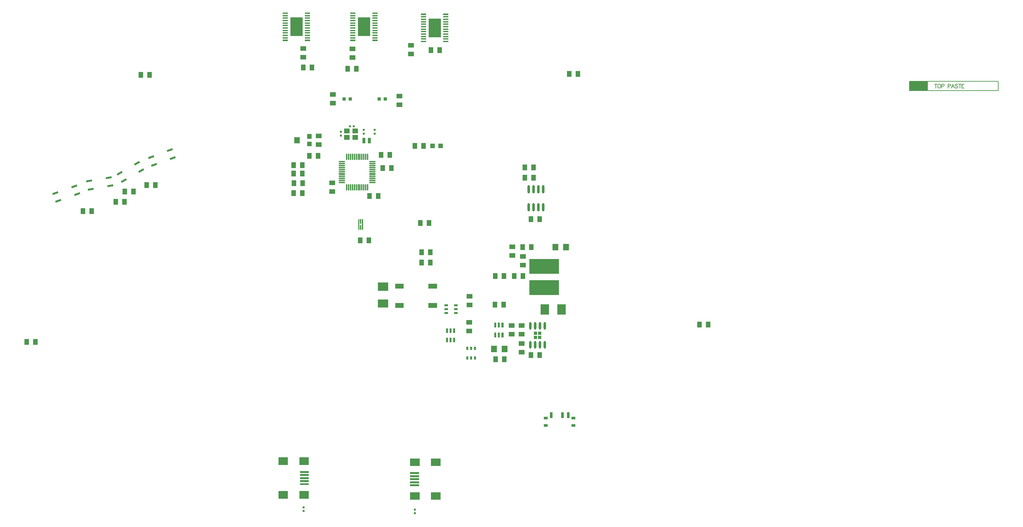
<source format=gtp>
G04 Layer_Color=8421504*
%FSLAX44Y44*%
%MOMM*%
G71*
G01*
G75*
%ADD10R,1.2700X1.5240*%
%ADD19R,0.5500X1.3000*%
%ADD21O,0.6000X2.2000*%
%ADD26O,0.6000X2.0000*%
%ADD27O,0.3000X1.8000*%
%ADD28O,1.8000X0.3000*%
G04:AMPARAMS|DCode=29|XSize=1.55mm|YSize=0.5mm|CornerRadius=0mm|HoleSize=0mm|Usage=FLASHONLY|Rotation=200.000|XOffset=0mm|YOffset=0mm|HoleType=Round|Shape=Rectangle|*
%AMROTATEDRECTD29*
4,1,4,0.6428,0.5000,0.8138,0.0301,-0.6428,-0.5000,-0.8138,-0.0301,0.6428,0.5000,0.0*
%
%ADD29ROTATEDRECTD29*%

G04:AMPARAMS|DCode=30|XSize=1.55mm|YSize=0.5mm|CornerRadius=0mm|HoleSize=0mm|Usage=FLASHONLY|Rotation=210.000|XOffset=0mm|YOffset=0mm|HoleType=Round|Shape=Rectangle|*
%AMROTATEDRECTD30*
4,1,4,0.5462,0.6040,0.7962,0.1710,-0.5462,-0.6040,-0.7962,-0.1710,0.5462,0.6040,0.0*
%
%ADD30ROTATEDRECTD30*%

G04:AMPARAMS|DCode=31|XSize=1.55mm|YSize=0.5mm|CornerRadius=0mm|HoleSize=0mm|Usage=FLASHONLY|Rotation=190.000|XOffset=0mm|YOffset=0mm|HoleType=Round|Shape=Rectangle|*
%AMROTATEDRECTD31*
4,1,4,0.7198,0.3808,0.8066,-0.1116,-0.7198,-0.3808,-0.8066,0.1116,0.7198,0.3808,0.0*
%
%ADD31ROTATEDRECTD31*%

%ADD32R,0.7000X1.5000*%
%ADD33R,1.0000X0.8000*%
%ADD34R,1.5240X1.2700*%
%ADD39R,0.5000X0.6000*%
%ADD40R,7.7500X3.9500*%
%ADD42R,0.6000X0.5000*%
%ADD43R,1.5240X1.7780*%
%ADD44C,0.1270*%
%ADD54R,4.8260X2.4130*%
%ADD75R,0.9500X0.9500*%
%ADD76R,0.9500X0.9500*%
%ADD77R,0.9500X0.9500*%
%ADD78R,0.9500X0.9500*%
%ADD79R,3.2000X5.0000*%
%ADD80R,0.8600X0.9100*%
G36*
X1688118Y1410177D02*
X1665766D01*
Y1422623D01*
X1688118D01*
Y1410177D01*
D02*
G37*
G36*
X1483500Y1578200D02*
Y1565200D01*
X1480500D01*
Y1578200D01*
Y1592800D01*
X1483500D01*
Y1578200D01*
D02*
G37*
G36*
X1559715Y1404305D02*
X1532285D01*
Y1425895D01*
X1559715D01*
Y1404305D01*
D02*
G37*
G36*
X1600234Y1410177D02*
X1577882D01*
Y1422623D01*
X1600234D01*
Y1410177D01*
D02*
G37*
G36*
X1488500Y1581200D02*
X1485500D01*
Y1592800D01*
X1488500D01*
Y1581200D01*
D02*
G37*
G36*
X1682500Y1780000D02*
X1670500D01*
Y1792000D01*
X1682500D01*
Y1780000D01*
D02*
G37*
G36*
X1488500Y1565200D02*
X1485500D01*
Y1576800D01*
X1488500D01*
Y1565200D01*
D02*
G37*
G36*
X1493500Y1578200D02*
Y1565200D01*
X1490500D01*
Y1578200D01*
Y1592800D01*
X1493500D01*
Y1578200D01*
D02*
G37*
G36*
X1742145Y1353460D02*
X1733255D01*
Y1358540D01*
X1742145D01*
Y1353460D01*
D02*
G37*
G36*
X1600234Y1359377D02*
X1577882D01*
Y1371823D01*
X1600234D01*
Y1359377D01*
D02*
G37*
G36*
X1742145Y1343300D02*
X1733255D01*
Y1348380D01*
X1742145D01*
Y1343300D01*
D02*
G37*
G36*
X1716745Y1353460D02*
X1707855D01*
Y1358540D01*
X1716745D01*
Y1353460D01*
D02*
G37*
G36*
Y1363620D02*
X1707855D01*
Y1368700D01*
X1716745D01*
Y1363620D01*
D02*
G37*
G36*
X1742145D02*
X1733255D01*
Y1368700D01*
X1742145D01*
Y1363620D01*
D02*
G37*
G36*
X1688118Y1359377D02*
X1665766D01*
Y1371823D01*
X1688118D01*
Y1359377D01*
D02*
G37*
G36*
X1559715Y1360105D02*
X1532285D01*
Y1381695D01*
X1559715D01*
Y1360105D01*
D02*
G37*
G36*
X1659500Y2059500D02*
X1646000D01*
Y2063000D01*
X1659500D01*
Y2059500D01*
D02*
G37*
G36*
X1718000D02*
X1704500D01*
Y2063000D01*
X1718000D01*
Y2059500D01*
D02*
G37*
G36*
X1458000Y1819500D02*
X1444000D01*
Y1831500D01*
X1458000D01*
Y1819500D01*
D02*
G37*
G36*
X1480000D02*
X1466000D01*
Y1831500D01*
X1480000D01*
Y1819500D01*
D02*
G37*
G36*
X1473500Y2062500D02*
X1460000D01*
Y2066000D01*
X1473500D01*
Y2062500D01*
D02*
G37*
G36*
X1532000D02*
X1518500D01*
Y2066000D01*
X1532000D01*
Y2062500D01*
D02*
G37*
G36*
X1295500D02*
X1282000D01*
Y2066000D01*
X1295500D01*
Y2062500D01*
D02*
G37*
G36*
X1354000D02*
X1340500D01*
Y2066000D01*
X1354000D01*
Y2062500D01*
D02*
G37*
G36*
X1327000Y1793000D02*
X1312000D01*
Y1809000D01*
X1327000D01*
Y1793000D01*
D02*
G37*
G36*
X1499450D02*
X1491950D01*
Y1807000D01*
X1499450D01*
Y1793000D01*
D02*
G37*
G36*
X1703500Y1780000D02*
X1691500D01*
Y1792000D01*
X1703500D01*
Y1780000D01*
D02*
G37*
G36*
X1358000Y1785000D02*
X1346000D01*
Y1797000D01*
X1358000D01*
Y1785000D01*
D02*
G37*
G36*
X1480000Y1802500D02*
X1466000D01*
Y1814500D01*
X1480000D01*
Y1802500D01*
D02*
G37*
G36*
X1358000Y1805000D02*
X1346000D01*
Y1817000D01*
X1358000D01*
Y1805000D01*
D02*
G37*
G36*
X1514050Y1793000D02*
X1506550D01*
Y1807000D01*
X1514050D01*
Y1793000D01*
D02*
G37*
G36*
X1458000Y1802500D02*
X1444000D01*
Y1814500D01*
X1458000D01*
Y1802500D01*
D02*
G37*
G36*
X1716745Y1343300D02*
X1707855D01*
Y1348380D01*
X1716745D01*
Y1343300D01*
D02*
G37*
G36*
X1640500Y913500D02*
X1617500D01*
Y918500D01*
X1640500D01*
X1640500Y913500D01*
D02*
G37*
G36*
X1350500Y916500D02*
X1327500D01*
Y921500D01*
X1350500D01*
Y916500D01*
D02*
G37*
G36*
X1640500Y905500D02*
X1617500D01*
Y910500D01*
X1640500D01*
Y905500D01*
D02*
G37*
G36*
X1350500Y908500D02*
X1327500D01*
Y913500D01*
X1350500D01*
Y908500D01*
D02*
G37*
G36*
X1642500Y962500D02*
Y942500D01*
X1617500D01*
Y962500D01*
X1642500Y962500D01*
D02*
G37*
G36*
X1697500Y942500D02*
X1672500D01*
Y962500D01*
X1697500D01*
Y942500D01*
D02*
G37*
G36*
X1640500Y921500D02*
X1617500D01*
Y926500D01*
X1640500D01*
Y921500D01*
D02*
G37*
G36*
X1350500Y924500D02*
X1327500D01*
Y929500D01*
X1350500D01*
Y924500D01*
D02*
G37*
G36*
X1295500Y856500D02*
X1270500D01*
Y876500D01*
X1295500D01*
Y856500D01*
D02*
G37*
G36*
X1350500D02*
X1325500D01*
Y876500D01*
X1350500D01*
Y856500D01*
D02*
G37*
G36*
X1642500Y853500D02*
X1617500D01*
Y873500D01*
X1642500D01*
Y853500D01*
D02*
G37*
G36*
X1697500D02*
X1672500D01*
X1672500Y873500D01*
X1697500D01*
Y853500D01*
D02*
G37*
G36*
X1640500Y897500D02*
X1617500D01*
Y902500D01*
X1640500D01*
Y897500D01*
D02*
G37*
G36*
X1350500Y900500D02*
X1327500D01*
Y905500D01*
X1350500D01*
Y900500D01*
D02*
G37*
G36*
X1640500Y889500D02*
X1617500Y889500D01*
Y894500D01*
X1640500Y894500D01*
Y889500D01*
D02*
G37*
G36*
X1350500Y892500D02*
X1327500D01*
Y897500D01*
X1350500D01*
Y892500D01*
D02*
G37*
G36*
X1863192Y1281696D02*
X1857604D01*
Y1294396D01*
X1863192D01*
Y1281696D01*
D02*
G37*
G36*
X1844396Y1307604D02*
X1838808D01*
Y1320304D01*
X1844396D01*
Y1307604D01*
D02*
G37*
G36*
Y1281696D02*
X1838808D01*
Y1294396D01*
X1844396D01*
Y1281696D01*
D02*
G37*
G36*
X1853794D02*
X1848206D01*
Y1294396D01*
X1853794D01*
Y1281696D01*
D02*
G37*
G36*
X1982695Y1341285D02*
X1961105D01*
Y1368715D01*
X1982695D01*
Y1341285D01*
D02*
G37*
G36*
X2026895D02*
X2005305D01*
Y1368715D01*
X2026895D01*
Y1341285D01*
D02*
G37*
G36*
X1853794Y1307604D02*
X1848206D01*
Y1320304D01*
X1853794D01*
Y1307604D01*
D02*
G37*
G36*
X1863192D02*
X1857604D01*
Y1320304D01*
X1863192D01*
Y1307604D01*
D02*
G37*
G36*
X1770380Y1222855D02*
X1765300D01*
Y1231745D01*
X1770380D01*
Y1222855D01*
D02*
G37*
G36*
X1780540D02*
X1775460D01*
Y1231745D01*
X1780540D01*
Y1222855D01*
D02*
G37*
G36*
X1295500Y945500D02*
X1270500D01*
Y965500D01*
X1295500D01*
Y945500D01*
D02*
G37*
G36*
X1350500D02*
X1325500D01*
Y965500D01*
X1350500D01*
Y945500D01*
D02*
G37*
G36*
X1780540Y1248255D02*
X1775460D01*
Y1257145D01*
X1780540D01*
Y1248255D01*
D02*
G37*
G36*
X1790700D02*
X1785620D01*
Y1257145D01*
X1790700D01*
Y1248255D01*
D02*
G37*
G36*
Y1222855D02*
X1785620D01*
Y1231745D01*
X1790700D01*
Y1222855D01*
D02*
G37*
G36*
X1770380Y1248255D02*
X1765300D01*
Y1257145D01*
X1770380D01*
Y1248255D01*
D02*
G37*
G36*
X1659500Y2066000D02*
X1646000D01*
Y2069500D01*
X1659500D01*
Y2066000D01*
D02*
G37*
G36*
X1295500Y2114500D02*
X1282000D01*
Y2118000D01*
X1295500D01*
Y2114500D01*
D02*
G37*
G36*
X1354000D02*
X1340500D01*
Y2118000D01*
X1354000D01*
Y2114500D01*
D02*
G37*
G36*
X1659500Y2111500D02*
X1646000D01*
Y2115000D01*
X1659500D01*
Y2111500D01*
D02*
G37*
G36*
X1718000D02*
X1704500D01*
Y2115000D01*
X1718000D01*
Y2111500D01*
D02*
G37*
G36*
X1659500Y2118000D02*
X1646000D01*
Y2121500D01*
X1659500D01*
Y2118000D01*
D02*
G37*
G36*
X1718000D02*
X1704500D01*
Y2121500D01*
X1718000D01*
Y2118000D01*
D02*
G37*
G36*
X1473500Y2114500D02*
X1460000D01*
Y2118000D01*
X1473500D01*
Y2114500D01*
D02*
G37*
G36*
X1532000D02*
X1518500D01*
Y2118000D01*
X1532000D01*
Y2114500D01*
D02*
G37*
G36*
X1659500Y2105000D02*
X1646000D01*
Y2108500D01*
X1659500D01*
Y2105000D01*
D02*
G37*
G36*
X1718000D02*
X1704500D01*
Y2108500D01*
X1718000D01*
Y2105000D01*
D02*
G37*
G36*
X1473500Y2101500D02*
X1460000D01*
Y2105000D01*
X1473500D01*
Y2101500D01*
D02*
G37*
G36*
X1532000D02*
X1518500D01*
Y2105000D01*
X1532000D01*
Y2101500D01*
D02*
G37*
G36*
X1473500Y2108000D02*
X1460000D01*
Y2111500D01*
X1473500D01*
Y2108000D01*
D02*
G37*
G36*
X1532000D02*
X1518500D01*
Y2111500D01*
X1532000D01*
Y2108000D01*
D02*
G37*
G36*
X1295500D02*
X1282000D01*
Y2111500D01*
X1295500D01*
Y2108000D01*
D02*
G37*
G36*
X1354000D02*
X1340500D01*
Y2111500D01*
X1354000D01*
Y2108000D01*
D02*
G37*
G36*
X1659500Y2131000D02*
X1646000D01*
Y2134500D01*
X1659500D01*
Y2131000D01*
D02*
G37*
G36*
X1718000D02*
X1704500D01*
Y2134500D01*
X1718000D01*
Y2131000D01*
D02*
G37*
G36*
X1473500Y2127500D02*
X1460000D01*
Y2131000D01*
X1473500D01*
Y2127500D01*
D02*
G37*
G36*
X1532000D02*
X1518500D01*
Y2131000D01*
X1532000D01*
Y2127500D01*
D02*
G37*
G36*
X1473500Y2134000D02*
X1460000D01*
Y2137500D01*
X1473500D01*
Y2134000D01*
D02*
G37*
G36*
X1532000D02*
X1518500D01*
Y2137500D01*
X1532000D01*
Y2134000D01*
D02*
G37*
G36*
X1295500D02*
X1282000D01*
Y2137500D01*
X1295500D01*
Y2134000D01*
D02*
G37*
G36*
X1354000D02*
X1340500D01*
Y2137500D01*
X1354000D01*
Y2134000D01*
D02*
G37*
G36*
X1473500Y2121000D02*
X1460000D01*
Y2124500D01*
X1473500D01*
Y2121000D01*
D02*
G37*
G36*
X1532000D02*
X1518500D01*
Y2124500D01*
X1532000D01*
Y2121000D01*
D02*
G37*
G36*
X1295500D02*
X1282000D01*
Y2124500D01*
X1295500D01*
Y2121000D01*
D02*
G37*
G36*
X1354000D02*
X1340500D01*
Y2124500D01*
X1354000D01*
Y2121000D01*
D02*
G37*
G36*
X1295500Y2127500D02*
X1282000D01*
Y2131000D01*
X1295500D01*
Y2127500D01*
D02*
G37*
G36*
X1354000D02*
X1340500D01*
Y2131000D01*
X1354000D01*
Y2127500D01*
D02*
G37*
G36*
X1659500Y2124500D02*
X1646000D01*
Y2128000D01*
X1659500D01*
Y2124500D01*
D02*
G37*
G36*
X1718000D02*
X1704500D01*
Y2128000D01*
X1718000D01*
Y2124500D01*
D02*
G37*
G36*
X1354000Y2101500D02*
X1340500D01*
Y2105000D01*
X1354000D01*
Y2101500D01*
D02*
G37*
G36*
X1532000Y2075500D02*
X1518500D01*
Y2079000D01*
X1532000D01*
Y2075500D01*
D02*
G37*
G36*
X1659500Y2079000D02*
X1646000D01*
Y2082500D01*
X1659500D01*
Y2079000D01*
D02*
G37*
G36*
X1354000Y2075500D02*
X1340500D01*
Y2079000D01*
X1354000D01*
Y2075500D01*
D02*
G37*
G36*
X1473500D02*
X1460000D01*
Y2079000D01*
X1473500D01*
Y2075500D01*
D02*
G37*
G36*
X1354000Y2082000D02*
X1340500D01*
Y2085500D01*
X1354000D01*
Y2082000D01*
D02*
G37*
G36*
X1473500D02*
X1460000D01*
Y2085500D01*
X1473500D01*
Y2082000D01*
D02*
G37*
G36*
X1718000Y2079000D02*
X1704500D01*
Y2082500D01*
X1718000D01*
Y2079000D01*
D02*
G37*
G36*
X1295500Y2082000D02*
X1282000D01*
Y2085500D01*
X1295500D01*
Y2082000D01*
D02*
G37*
G36*
X1354000Y2069000D02*
X1340500D01*
Y2072500D01*
X1354000D01*
Y2069000D01*
D02*
G37*
G36*
X1473500D02*
X1460000D01*
Y2072500D01*
X1473500D01*
Y2069000D01*
D02*
G37*
G36*
X1718000Y2066000D02*
X1704500D01*
Y2069500D01*
X1718000D01*
Y2066000D01*
D02*
G37*
G36*
X1295500Y2069000D02*
X1282000D01*
Y2072500D01*
X1295500D01*
Y2069000D01*
D02*
G37*
G36*
X1718000Y2072500D02*
X1704500D01*
Y2076000D01*
X1718000D01*
Y2072500D01*
D02*
G37*
G36*
X1295500Y2075500D02*
X1282000D01*
Y2079000D01*
X1295500D01*
Y2075500D01*
D02*
G37*
G36*
X1532000Y2069000D02*
X1518500D01*
Y2072500D01*
X1532000D01*
Y2069000D01*
D02*
G37*
G36*
X1659500Y2072500D02*
X1646000D01*
Y2076000D01*
X1659500D01*
Y2072500D01*
D02*
G37*
G36*
X1354000Y2095000D02*
X1340500D01*
Y2098500D01*
X1354000D01*
Y2095000D01*
D02*
G37*
G36*
X1473500D02*
X1460000D01*
Y2098500D01*
X1473500D01*
Y2095000D01*
D02*
G37*
G36*
X1718000Y2092000D02*
X1704500D01*
Y2095500D01*
X1718000D01*
Y2092000D01*
D02*
G37*
G36*
X1295500Y2095000D02*
X1282000D01*
Y2098500D01*
X1295500D01*
Y2095000D01*
D02*
G37*
G36*
X1718000Y2098500D02*
X1704500D01*
Y2102000D01*
X1718000D01*
Y2098500D01*
D02*
G37*
G36*
X1295500Y2101500D02*
X1282000D01*
Y2105000D01*
X1295500D01*
Y2101500D01*
D02*
G37*
G36*
X1532000Y2095000D02*
X1518500D01*
Y2098500D01*
X1532000D01*
Y2095000D01*
D02*
G37*
G36*
X1659500Y2098500D02*
X1646000D01*
Y2102000D01*
X1659500D01*
Y2098500D01*
D02*
G37*
G36*
X1718000Y2085500D02*
X1704500D01*
Y2089000D01*
X1718000D01*
Y2085500D01*
D02*
G37*
G36*
X1295500Y2088500D02*
X1282000D01*
Y2092000D01*
X1295500D01*
Y2088500D01*
D02*
G37*
G36*
X1532000Y2082000D02*
X1518500D01*
Y2085500D01*
X1532000D01*
Y2082000D01*
D02*
G37*
G36*
X1659500Y2085500D02*
X1646000D01*
Y2089000D01*
X1659500D01*
Y2085500D01*
D02*
G37*
G36*
X1532000Y2088500D02*
X1518500D01*
Y2092000D01*
X1532000D01*
Y2088500D01*
D02*
G37*
G36*
X1659500Y2092000D02*
X1646000D01*
Y2095500D01*
X1659500D01*
Y2092000D01*
D02*
G37*
G36*
X1354000Y2088500D02*
X1340500D01*
Y2092000D01*
X1354000D01*
Y2088500D01*
D02*
G37*
G36*
X1473500D02*
X1460000D01*
Y2092000D01*
X1473500D01*
Y2088500D01*
D02*
G37*
D10*
X1336000Y1993000D02*
D03*
X1358860D02*
D03*
X1333430Y1662000D02*
D03*
X1310570D02*
D03*
X631000Y1270000D02*
D03*
X608140D02*
D03*
X2379570Y1315000D02*
D03*
X2402430D02*
D03*
X2036570Y1976000D02*
D03*
X2059430D02*
D03*
X931000Y1973000D02*
D03*
X908140D02*
D03*
X1545570Y1728000D02*
D03*
X1568430D02*
D03*
X1647570Y1479000D02*
D03*
X1670430D02*
D03*
X1485570Y1537000D02*
D03*
X1508430D02*
D03*
X1647570Y1506000D02*
D03*
X1670430D02*
D03*
X1311140Y1688000D02*
D03*
X1334000D02*
D03*
X1644570Y1583000D02*
D03*
X1667430D02*
D03*
X1310570Y1735000D02*
D03*
X1333430D02*
D03*
X1653000Y1786000D02*
D03*
X1630140D02*
D03*
X1333430Y1713000D02*
D03*
X1310570D02*
D03*
X1863430Y1368000D02*
D03*
X1840570D02*
D03*
X1375430Y1760000D02*
D03*
X1352570D02*
D03*
X1841570Y1443000D02*
D03*
X1864430D02*
D03*
X1891140D02*
D03*
X1914000D02*
D03*
X1958430Y1235000D02*
D03*
X1935570D02*
D03*
X1452570Y1989000D02*
D03*
X1475430D02*
D03*
X1672570Y2038000D02*
D03*
X1695430D02*
D03*
X946430Y1683000D02*
D03*
X923570D02*
D03*
X1541000Y1762000D02*
D03*
X1563860D02*
D03*
X1533430Y1654000D02*
D03*
X1510570D02*
D03*
X889000Y1666000D02*
D03*
X866140D02*
D03*
X842570Y1639000D02*
D03*
X865430D02*
D03*
X1942000Y1702000D02*
D03*
X1919140D02*
D03*
X1942430Y1729000D02*
D03*
X1919570D02*
D03*
X1958430Y1593000D02*
D03*
X1935570D02*
D03*
X1842570Y1224000D02*
D03*
X1865430D02*
D03*
X756000Y1614000D02*
D03*
X778860D02*
D03*
X1936430Y1519000D02*
D03*
X1913570D02*
D03*
D19*
X1714500Y1299000D02*
D03*
X1724000D02*
D03*
X1733500D02*
D03*
Y1275000D02*
D03*
X1724000D02*
D03*
X1714500D02*
D03*
D21*
X1968050Y1672000D02*
D03*
X1955350D02*
D03*
X1942650D02*
D03*
X1929950D02*
D03*
X1968050Y1624000D02*
D03*
X1955350D02*
D03*
X1942650D02*
D03*
X1929950D02*
D03*
D26*
X1972050Y1312000D02*
D03*
X1959350D02*
D03*
X1946650D02*
D03*
X1933950D02*
D03*
X1972050Y1262000D02*
D03*
X1959350D02*
D03*
X1946650D02*
D03*
X1933950D02*
D03*
D27*
X1505500Y1757500D02*
D03*
X1500500D02*
D03*
X1495500D02*
D03*
X1490500D02*
D03*
X1485500D02*
D03*
X1480500D02*
D03*
X1475500D02*
D03*
X1470500D02*
D03*
X1465500D02*
D03*
X1460500D02*
D03*
X1455500D02*
D03*
X1450500D02*
D03*
Y1676500D02*
D03*
X1455500D02*
D03*
X1460500D02*
D03*
X1465500D02*
D03*
X1470500D02*
D03*
X1475500D02*
D03*
X1480500D02*
D03*
X1485500D02*
D03*
X1490500D02*
D03*
X1495500D02*
D03*
X1500500D02*
D03*
X1505500D02*
D03*
D28*
X1437500Y1744500D02*
D03*
Y1739500D02*
D03*
Y1734500D02*
D03*
Y1729500D02*
D03*
Y1724500D02*
D03*
Y1719500D02*
D03*
Y1714500D02*
D03*
Y1709500D02*
D03*
Y1704500D02*
D03*
Y1699500D02*
D03*
Y1694500D02*
D03*
Y1689500D02*
D03*
X1518500D02*
D03*
Y1694500D02*
D03*
Y1699500D02*
D03*
Y1704500D02*
D03*
Y1709500D02*
D03*
Y1714500D02*
D03*
Y1719500D02*
D03*
Y1724500D02*
D03*
Y1729500D02*
D03*
Y1734500D02*
D03*
Y1739500D02*
D03*
Y1744500D02*
D03*
D29*
X943110Y1736130D02*
D03*
X935586Y1756803D02*
D03*
X992444Y1754086D02*
D03*
X984920Y1774760D02*
D03*
X691110Y1641130D02*
D03*
X683586Y1661803D02*
D03*
X740444Y1659086D02*
D03*
X732919Y1679759D02*
D03*
D30*
X863533Y1694698D02*
D03*
X852534Y1713750D02*
D03*
X909000Y1720948D02*
D03*
X898000Y1740000D02*
D03*
D31*
X776020Y1671843D02*
D03*
X772200Y1693509D02*
D03*
X827722Y1680960D02*
D03*
X823902Y1702625D02*
D03*
D32*
X1988500Y1076500D02*
D03*
X2018500D02*
D03*
X2033500D02*
D03*
D33*
X1974500Y1049350D02*
D03*
Y1068650D02*
D03*
X2047500D02*
D03*
Y1049350D02*
D03*
D34*
X1414000Y1898570D02*
D03*
Y1921430D02*
D03*
X1589000Y1894570D02*
D03*
Y1917430D02*
D03*
X1466000Y2041430D02*
D03*
Y2018570D02*
D03*
X1620000Y2051430D02*
D03*
Y2028570D02*
D03*
X1773000Y1321430D02*
D03*
Y1298570D02*
D03*
X1911000Y1242570D02*
D03*
Y1265430D02*
D03*
X1914000Y1472000D02*
D03*
Y1494860D02*
D03*
X1886000Y1497570D02*
D03*
Y1520430D02*
D03*
X1774000Y1366570D02*
D03*
Y1389430D02*
D03*
X1336000Y2020000D02*
D03*
Y2042860D02*
D03*
X1412000Y1665570D02*
D03*
Y1688430D02*
D03*
X1377000Y1789570D02*
D03*
Y1812430D02*
D03*
X1885000Y1312430D02*
D03*
Y1289570D02*
D03*
X1911000Y1312430D02*
D03*
Y1289570D02*
D03*
D39*
X1337000Y834000D02*
D03*
Y824000D02*
D03*
X1630000Y828000D02*
D03*
Y818000D02*
D03*
X1435000Y1823000D02*
D03*
Y1813000D02*
D03*
X1495000Y1828000D02*
D03*
Y1818000D02*
D03*
X1524000Y1828000D02*
D03*
Y1818000D02*
D03*
D40*
X1970000Y1413000D02*
D03*
Y1468500D02*
D03*
D42*
X1459000Y1838000D02*
D03*
X1469000D02*
D03*
D43*
X1838030Y1251000D02*
D03*
X1865970D02*
D03*
X2000030Y1519000D02*
D03*
X2027970D02*
D03*
D44*
X2932290Y1955976D02*
X3165970D01*
X2932290Y1931846D02*
Y1955976D01*
Y1931846D02*
X3165970D01*
Y1955976D01*
X3001716Y1948862D02*
Y1938704D01*
X2998330Y1948862D02*
X3005102D01*
X3009214D02*
X3008246Y1948378D01*
X3007279Y1947410D01*
X3006795Y1946443D01*
X3006312Y1944992D01*
Y1942573D01*
X3006795Y1941122D01*
X3007279Y1940155D01*
X3008246Y1939187D01*
X3009214Y1938704D01*
X3011149D01*
X3012116Y1939187D01*
X3013083Y1940155D01*
X3013567Y1941122D01*
X3014051Y1942573D01*
Y1944992D01*
X3013567Y1946443D01*
X3013083Y1947410D01*
X3012116Y1948378D01*
X3011149Y1948862D01*
X3009214D01*
X3016421Y1943541D02*
X3020774D01*
X3022226Y1944024D01*
X3022709Y1944508D01*
X3023193Y1945476D01*
Y1946927D01*
X3022709Y1947894D01*
X3022226Y1948378D01*
X3020774Y1948862D01*
X3016421D01*
Y1938704D01*
X3033447Y1943541D02*
X3037801D01*
X3039252Y1944024D01*
X3039736Y1944508D01*
X3040219Y1945476D01*
Y1946927D01*
X3039736Y1947894D01*
X3039252Y1948378D01*
X3037801Y1948862D01*
X3033447D01*
Y1938704D01*
X3050232D02*
X3046362Y1948862D01*
X3042493Y1938704D01*
X3043944Y1942090D02*
X3048781D01*
X3059374Y1947410D02*
X3058407Y1948378D01*
X3056956Y1948862D01*
X3055021D01*
X3053570Y1948378D01*
X3052602Y1947410D01*
Y1946443D01*
X3053086Y1945476D01*
X3053570Y1944992D01*
X3054537Y1944508D01*
X3057439Y1943541D01*
X3058407Y1943057D01*
X3058890Y1942573D01*
X3059374Y1941606D01*
Y1940155D01*
X3058407Y1939187D01*
X3056956Y1938704D01*
X3055021D01*
X3053570Y1939187D01*
X3052602Y1940155D01*
X3065033Y1948862D02*
Y1938704D01*
X3061648Y1948862D02*
X3068419D01*
X3075917D02*
X3069629D01*
Y1938704D01*
X3075917D01*
X3069629Y1944024D02*
X3073498D01*
D54*
X2956420Y1943911D02*
D03*
D75*
X1947250Y1281250D02*
D03*
D76*
Y1292750D02*
D03*
D77*
X1958749D02*
D03*
D78*
Y1281250D02*
D03*
D79*
X1318000Y2100000D02*
D03*
X1496000D02*
D03*
X1682000Y2097000D02*
D03*
D80*
X1444000Y1910000D02*
D03*
X1460000D02*
D03*
X1552000D02*
D03*
X1536000D02*
D03*
M02*

</source>
